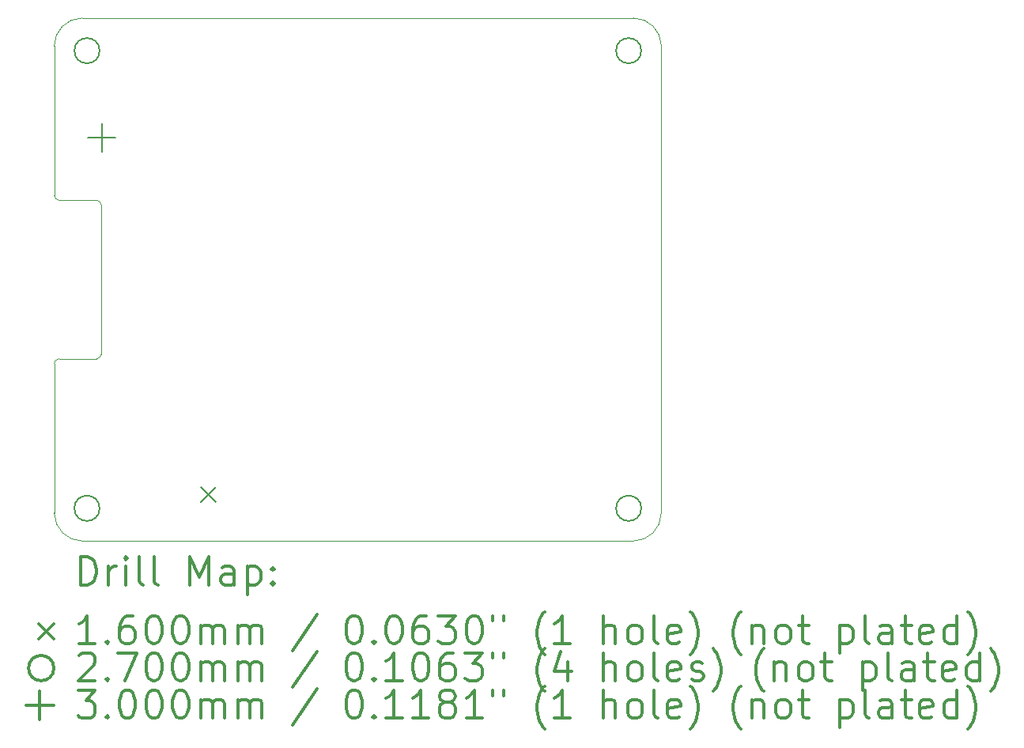
<source format=gbr>
%FSLAX45Y45*%
G04 Gerber Fmt 4.5, Leading zero omitted, Abs format (unit mm)*
G04 Created by KiCad (PCBNEW 5.1.10-88a1d61d58~88~ubuntu20.04.1) date 2021-06-08 22:21:57*
%MOMM*%
%LPD*%
G01*
G04 APERTURE LIST*
%TA.AperFunction,Profile*%
%ADD10C,0.100000*%
%TD*%
%ADD11C,0.200000*%
%ADD12C,0.300000*%
G04 APERTURE END LIST*
D10*
X20049913Y-13050000D02*
G75*
G03*
X20000000Y-13100000I87J-50000D01*
G01*
X20450000Y-13050000D02*
G75*
G03*
X20500000Y-13000000I0J50000D01*
G01*
X20000000Y-11300000D02*
G75*
G03*
X20050000Y-11350000I50000J0D01*
G01*
X20500000Y-11400000D02*
G75*
G03*
X20450000Y-11350000I-50000J0D01*
G01*
X20000000Y-9700000D02*
X20000000Y-11300000D01*
X26500000Y-9700000D02*
G75*
G03*
X26200000Y-9400000I-300000J0D01*
G01*
X26200000Y-15000000D02*
G75*
G03*
X26500000Y-14700000I0J300000D01*
G01*
X20000000Y-14700000D02*
G75*
G03*
X20300000Y-15000000I300000J0D01*
G01*
X20300000Y-9400000D02*
G75*
G03*
X20000000Y-9700000I0J-300000D01*
G01*
X26200000Y-9400000D02*
X20300000Y-9400000D01*
X20450000Y-13050000D02*
X20050000Y-13050000D01*
X20500000Y-11400000D02*
X20500000Y-13000000D01*
X20050000Y-11350000D02*
X20450000Y-11350000D01*
X26500000Y-14700000D02*
X26500000Y-9700000D01*
X20300000Y-15000000D02*
X26200000Y-15000000D01*
X20000000Y-13100000D02*
X20000000Y-14700000D01*
D11*
X21571000Y-14423000D02*
X21731000Y-14583000D01*
X21731000Y-14423000D02*
X21571000Y-14583000D01*
X20485000Y-9750000D02*
G75*
G03*
X20485000Y-9750000I-135000J0D01*
G01*
X20485000Y-14650000D02*
G75*
G03*
X20485000Y-14650000I-135000J0D01*
G01*
X26285000Y-9750000D02*
G75*
G03*
X26285000Y-9750000I-135000J0D01*
G01*
X26285000Y-14650000D02*
G75*
G03*
X26285000Y-14650000I-135000J0D01*
G01*
X20508000Y-10532000D02*
X20508000Y-10832000D01*
X20358000Y-10682000D02*
X20658000Y-10682000D01*
D12*
X20281428Y-15470714D02*
X20281428Y-15170714D01*
X20352857Y-15170714D01*
X20395714Y-15185000D01*
X20424286Y-15213571D01*
X20438571Y-15242143D01*
X20452857Y-15299286D01*
X20452857Y-15342143D01*
X20438571Y-15399286D01*
X20424286Y-15427857D01*
X20395714Y-15456429D01*
X20352857Y-15470714D01*
X20281428Y-15470714D01*
X20581428Y-15470714D02*
X20581428Y-15270714D01*
X20581428Y-15327857D02*
X20595714Y-15299286D01*
X20610000Y-15285000D01*
X20638571Y-15270714D01*
X20667143Y-15270714D01*
X20767143Y-15470714D02*
X20767143Y-15270714D01*
X20767143Y-15170714D02*
X20752857Y-15185000D01*
X20767143Y-15199286D01*
X20781428Y-15185000D01*
X20767143Y-15170714D01*
X20767143Y-15199286D01*
X20952857Y-15470714D02*
X20924286Y-15456429D01*
X20910000Y-15427857D01*
X20910000Y-15170714D01*
X21110000Y-15470714D02*
X21081428Y-15456429D01*
X21067143Y-15427857D01*
X21067143Y-15170714D01*
X21452857Y-15470714D02*
X21452857Y-15170714D01*
X21552857Y-15385000D01*
X21652857Y-15170714D01*
X21652857Y-15470714D01*
X21924286Y-15470714D02*
X21924286Y-15313571D01*
X21910000Y-15285000D01*
X21881428Y-15270714D01*
X21824286Y-15270714D01*
X21795714Y-15285000D01*
X21924286Y-15456429D02*
X21895714Y-15470714D01*
X21824286Y-15470714D01*
X21795714Y-15456429D01*
X21781428Y-15427857D01*
X21781428Y-15399286D01*
X21795714Y-15370714D01*
X21824286Y-15356429D01*
X21895714Y-15356429D01*
X21924286Y-15342143D01*
X22067143Y-15270714D02*
X22067143Y-15570714D01*
X22067143Y-15285000D02*
X22095714Y-15270714D01*
X22152857Y-15270714D01*
X22181428Y-15285000D01*
X22195714Y-15299286D01*
X22210000Y-15327857D01*
X22210000Y-15413571D01*
X22195714Y-15442143D01*
X22181428Y-15456429D01*
X22152857Y-15470714D01*
X22095714Y-15470714D01*
X22067143Y-15456429D01*
X22338571Y-15442143D02*
X22352857Y-15456429D01*
X22338571Y-15470714D01*
X22324286Y-15456429D01*
X22338571Y-15442143D01*
X22338571Y-15470714D01*
X22338571Y-15285000D02*
X22352857Y-15299286D01*
X22338571Y-15313571D01*
X22324286Y-15299286D01*
X22338571Y-15285000D01*
X22338571Y-15313571D01*
X19835000Y-15885000D02*
X19995000Y-16045000D01*
X19995000Y-15885000D02*
X19835000Y-16045000D01*
X20438571Y-16100714D02*
X20267143Y-16100714D01*
X20352857Y-16100714D02*
X20352857Y-15800714D01*
X20324286Y-15843571D01*
X20295714Y-15872143D01*
X20267143Y-15886429D01*
X20567143Y-16072143D02*
X20581428Y-16086429D01*
X20567143Y-16100714D01*
X20552857Y-16086429D01*
X20567143Y-16072143D01*
X20567143Y-16100714D01*
X20838571Y-15800714D02*
X20781428Y-15800714D01*
X20752857Y-15815000D01*
X20738571Y-15829286D01*
X20710000Y-15872143D01*
X20695714Y-15929286D01*
X20695714Y-16043571D01*
X20710000Y-16072143D01*
X20724286Y-16086429D01*
X20752857Y-16100714D01*
X20810000Y-16100714D01*
X20838571Y-16086429D01*
X20852857Y-16072143D01*
X20867143Y-16043571D01*
X20867143Y-15972143D01*
X20852857Y-15943571D01*
X20838571Y-15929286D01*
X20810000Y-15915000D01*
X20752857Y-15915000D01*
X20724286Y-15929286D01*
X20710000Y-15943571D01*
X20695714Y-15972143D01*
X21052857Y-15800714D02*
X21081428Y-15800714D01*
X21110000Y-15815000D01*
X21124286Y-15829286D01*
X21138571Y-15857857D01*
X21152857Y-15915000D01*
X21152857Y-15986429D01*
X21138571Y-16043571D01*
X21124286Y-16072143D01*
X21110000Y-16086429D01*
X21081428Y-16100714D01*
X21052857Y-16100714D01*
X21024286Y-16086429D01*
X21010000Y-16072143D01*
X20995714Y-16043571D01*
X20981428Y-15986429D01*
X20981428Y-15915000D01*
X20995714Y-15857857D01*
X21010000Y-15829286D01*
X21024286Y-15815000D01*
X21052857Y-15800714D01*
X21338571Y-15800714D02*
X21367143Y-15800714D01*
X21395714Y-15815000D01*
X21410000Y-15829286D01*
X21424286Y-15857857D01*
X21438571Y-15915000D01*
X21438571Y-15986429D01*
X21424286Y-16043571D01*
X21410000Y-16072143D01*
X21395714Y-16086429D01*
X21367143Y-16100714D01*
X21338571Y-16100714D01*
X21310000Y-16086429D01*
X21295714Y-16072143D01*
X21281428Y-16043571D01*
X21267143Y-15986429D01*
X21267143Y-15915000D01*
X21281428Y-15857857D01*
X21295714Y-15829286D01*
X21310000Y-15815000D01*
X21338571Y-15800714D01*
X21567143Y-16100714D02*
X21567143Y-15900714D01*
X21567143Y-15929286D02*
X21581428Y-15915000D01*
X21610000Y-15900714D01*
X21652857Y-15900714D01*
X21681428Y-15915000D01*
X21695714Y-15943571D01*
X21695714Y-16100714D01*
X21695714Y-15943571D02*
X21710000Y-15915000D01*
X21738571Y-15900714D01*
X21781428Y-15900714D01*
X21810000Y-15915000D01*
X21824286Y-15943571D01*
X21824286Y-16100714D01*
X21967143Y-16100714D02*
X21967143Y-15900714D01*
X21967143Y-15929286D02*
X21981428Y-15915000D01*
X22010000Y-15900714D01*
X22052857Y-15900714D01*
X22081428Y-15915000D01*
X22095714Y-15943571D01*
X22095714Y-16100714D01*
X22095714Y-15943571D02*
X22110000Y-15915000D01*
X22138571Y-15900714D01*
X22181428Y-15900714D01*
X22210000Y-15915000D01*
X22224286Y-15943571D01*
X22224286Y-16100714D01*
X22810000Y-15786429D02*
X22552857Y-16172143D01*
X23195714Y-15800714D02*
X23224286Y-15800714D01*
X23252857Y-15815000D01*
X23267143Y-15829286D01*
X23281428Y-15857857D01*
X23295714Y-15915000D01*
X23295714Y-15986429D01*
X23281428Y-16043571D01*
X23267143Y-16072143D01*
X23252857Y-16086429D01*
X23224286Y-16100714D01*
X23195714Y-16100714D01*
X23167143Y-16086429D01*
X23152857Y-16072143D01*
X23138571Y-16043571D01*
X23124286Y-15986429D01*
X23124286Y-15915000D01*
X23138571Y-15857857D01*
X23152857Y-15829286D01*
X23167143Y-15815000D01*
X23195714Y-15800714D01*
X23424286Y-16072143D02*
X23438571Y-16086429D01*
X23424286Y-16100714D01*
X23410000Y-16086429D01*
X23424286Y-16072143D01*
X23424286Y-16100714D01*
X23624286Y-15800714D02*
X23652857Y-15800714D01*
X23681428Y-15815000D01*
X23695714Y-15829286D01*
X23710000Y-15857857D01*
X23724286Y-15915000D01*
X23724286Y-15986429D01*
X23710000Y-16043571D01*
X23695714Y-16072143D01*
X23681428Y-16086429D01*
X23652857Y-16100714D01*
X23624286Y-16100714D01*
X23595714Y-16086429D01*
X23581428Y-16072143D01*
X23567143Y-16043571D01*
X23552857Y-15986429D01*
X23552857Y-15915000D01*
X23567143Y-15857857D01*
X23581428Y-15829286D01*
X23595714Y-15815000D01*
X23624286Y-15800714D01*
X23981428Y-15800714D02*
X23924286Y-15800714D01*
X23895714Y-15815000D01*
X23881428Y-15829286D01*
X23852857Y-15872143D01*
X23838571Y-15929286D01*
X23838571Y-16043571D01*
X23852857Y-16072143D01*
X23867143Y-16086429D01*
X23895714Y-16100714D01*
X23952857Y-16100714D01*
X23981428Y-16086429D01*
X23995714Y-16072143D01*
X24010000Y-16043571D01*
X24010000Y-15972143D01*
X23995714Y-15943571D01*
X23981428Y-15929286D01*
X23952857Y-15915000D01*
X23895714Y-15915000D01*
X23867143Y-15929286D01*
X23852857Y-15943571D01*
X23838571Y-15972143D01*
X24110000Y-15800714D02*
X24295714Y-15800714D01*
X24195714Y-15915000D01*
X24238571Y-15915000D01*
X24267143Y-15929286D01*
X24281428Y-15943571D01*
X24295714Y-15972143D01*
X24295714Y-16043571D01*
X24281428Y-16072143D01*
X24267143Y-16086429D01*
X24238571Y-16100714D01*
X24152857Y-16100714D01*
X24124286Y-16086429D01*
X24110000Y-16072143D01*
X24481428Y-15800714D02*
X24510000Y-15800714D01*
X24538571Y-15815000D01*
X24552857Y-15829286D01*
X24567143Y-15857857D01*
X24581428Y-15915000D01*
X24581428Y-15986429D01*
X24567143Y-16043571D01*
X24552857Y-16072143D01*
X24538571Y-16086429D01*
X24510000Y-16100714D01*
X24481428Y-16100714D01*
X24452857Y-16086429D01*
X24438571Y-16072143D01*
X24424286Y-16043571D01*
X24410000Y-15986429D01*
X24410000Y-15915000D01*
X24424286Y-15857857D01*
X24438571Y-15829286D01*
X24452857Y-15815000D01*
X24481428Y-15800714D01*
X24695714Y-15800714D02*
X24695714Y-15857857D01*
X24810000Y-15800714D02*
X24810000Y-15857857D01*
X25252857Y-16215000D02*
X25238571Y-16200714D01*
X25210000Y-16157857D01*
X25195714Y-16129286D01*
X25181428Y-16086429D01*
X25167143Y-16015000D01*
X25167143Y-15957857D01*
X25181428Y-15886429D01*
X25195714Y-15843571D01*
X25210000Y-15815000D01*
X25238571Y-15772143D01*
X25252857Y-15757857D01*
X25524286Y-16100714D02*
X25352857Y-16100714D01*
X25438571Y-16100714D02*
X25438571Y-15800714D01*
X25410000Y-15843571D01*
X25381428Y-15872143D01*
X25352857Y-15886429D01*
X25881428Y-16100714D02*
X25881428Y-15800714D01*
X26010000Y-16100714D02*
X26010000Y-15943571D01*
X25995714Y-15915000D01*
X25967143Y-15900714D01*
X25924286Y-15900714D01*
X25895714Y-15915000D01*
X25881428Y-15929286D01*
X26195714Y-16100714D02*
X26167143Y-16086429D01*
X26152857Y-16072143D01*
X26138571Y-16043571D01*
X26138571Y-15957857D01*
X26152857Y-15929286D01*
X26167143Y-15915000D01*
X26195714Y-15900714D01*
X26238571Y-15900714D01*
X26267143Y-15915000D01*
X26281428Y-15929286D01*
X26295714Y-15957857D01*
X26295714Y-16043571D01*
X26281428Y-16072143D01*
X26267143Y-16086429D01*
X26238571Y-16100714D01*
X26195714Y-16100714D01*
X26467143Y-16100714D02*
X26438571Y-16086429D01*
X26424286Y-16057857D01*
X26424286Y-15800714D01*
X26695714Y-16086429D02*
X26667143Y-16100714D01*
X26610000Y-16100714D01*
X26581428Y-16086429D01*
X26567143Y-16057857D01*
X26567143Y-15943571D01*
X26581428Y-15915000D01*
X26610000Y-15900714D01*
X26667143Y-15900714D01*
X26695714Y-15915000D01*
X26710000Y-15943571D01*
X26710000Y-15972143D01*
X26567143Y-16000714D01*
X26810000Y-16215000D02*
X26824286Y-16200714D01*
X26852857Y-16157857D01*
X26867143Y-16129286D01*
X26881428Y-16086429D01*
X26895714Y-16015000D01*
X26895714Y-15957857D01*
X26881428Y-15886429D01*
X26867143Y-15843571D01*
X26852857Y-15815000D01*
X26824286Y-15772143D01*
X26810000Y-15757857D01*
X27352857Y-16215000D02*
X27338571Y-16200714D01*
X27310000Y-16157857D01*
X27295714Y-16129286D01*
X27281428Y-16086429D01*
X27267143Y-16015000D01*
X27267143Y-15957857D01*
X27281428Y-15886429D01*
X27295714Y-15843571D01*
X27310000Y-15815000D01*
X27338571Y-15772143D01*
X27352857Y-15757857D01*
X27467143Y-15900714D02*
X27467143Y-16100714D01*
X27467143Y-15929286D02*
X27481428Y-15915000D01*
X27510000Y-15900714D01*
X27552857Y-15900714D01*
X27581428Y-15915000D01*
X27595714Y-15943571D01*
X27595714Y-16100714D01*
X27781428Y-16100714D02*
X27752857Y-16086429D01*
X27738571Y-16072143D01*
X27724286Y-16043571D01*
X27724286Y-15957857D01*
X27738571Y-15929286D01*
X27752857Y-15915000D01*
X27781428Y-15900714D01*
X27824286Y-15900714D01*
X27852857Y-15915000D01*
X27867143Y-15929286D01*
X27881428Y-15957857D01*
X27881428Y-16043571D01*
X27867143Y-16072143D01*
X27852857Y-16086429D01*
X27824286Y-16100714D01*
X27781428Y-16100714D01*
X27967143Y-15900714D02*
X28081428Y-15900714D01*
X28010000Y-15800714D02*
X28010000Y-16057857D01*
X28024286Y-16086429D01*
X28052857Y-16100714D01*
X28081428Y-16100714D01*
X28410000Y-15900714D02*
X28410000Y-16200714D01*
X28410000Y-15915000D02*
X28438571Y-15900714D01*
X28495714Y-15900714D01*
X28524286Y-15915000D01*
X28538571Y-15929286D01*
X28552857Y-15957857D01*
X28552857Y-16043571D01*
X28538571Y-16072143D01*
X28524286Y-16086429D01*
X28495714Y-16100714D01*
X28438571Y-16100714D01*
X28410000Y-16086429D01*
X28724286Y-16100714D02*
X28695714Y-16086429D01*
X28681428Y-16057857D01*
X28681428Y-15800714D01*
X28967143Y-16100714D02*
X28967143Y-15943571D01*
X28952857Y-15915000D01*
X28924286Y-15900714D01*
X28867143Y-15900714D01*
X28838571Y-15915000D01*
X28967143Y-16086429D02*
X28938571Y-16100714D01*
X28867143Y-16100714D01*
X28838571Y-16086429D01*
X28824286Y-16057857D01*
X28824286Y-16029286D01*
X28838571Y-16000714D01*
X28867143Y-15986429D01*
X28938571Y-15986429D01*
X28967143Y-15972143D01*
X29067143Y-15900714D02*
X29181428Y-15900714D01*
X29110000Y-15800714D02*
X29110000Y-16057857D01*
X29124286Y-16086429D01*
X29152857Y-16100714D01*
X29181428Y-16100714D01*
X29395714Y-16086429D02*
X29367143Y-16100714D01*
X29310000Y-16100714D01*
X29281428Y-16086429D01*
X29267143Y-16057857D01*
X29267143Y-15943571D01*
X29281428Y-15915000D01*
X29310000Y-15900714D01*
X29367143Y-15900714D01*
X29395714Y-15915000D01*
X29410000Y-15943571D01*
X29410000Y-15972143D01*
X29267143Y-16000714D01*
X29667143Y-16100714D02*
X29667143Y-15800714D01*
X29667143Y-16086429D02*
X29638571Y-16100714D01*
X29581428Y-16100714D01*
X29552857Y-16086429D01*
X29538571Y-16072143D01*
X29524286Y-16043571D01*
X29524286Y-15957857D01*
X29538571Y-15929286D01*
X29552857Y-15915000D01*
X29581428Y-15900714D01*
X29638571Y-15900714D01*
X29667143Y-15915000D01*
X29781428Y-16215000D02*
X29795714Y-16200714D01*
X29824286Y-16157857D01*
X29838571Y-16129286D01*
X29852857Y-16086429D01*
X29867143Y-16015000D01*
X29867143Y-15957857D01*
X29852857Y-15886429D01*
X29838571Y-15843571D01*
X29824286Y-15815000D01*
X29795714Y-15772143D01*
X29781428Y-15757857D01*
X19995000Y-16361000D02*
G75*
G03*
X19995000Y-16361000I-135000J0D01*
G01*
X20267143Y-16225286D02*
X20281428Y-16211000D01*
X20310000Y-16196714D01*
X20381428Y-16196714D01*
X20410000Y-16211000D01*
X20424286Y-16225286D01*
X20438571Y-16253857D01*
X20438571Y-16282429D01*
X20424286Y-16325286D01*
X20252857Y-16496714D01*
X20438571Y-16496714D01*
X20567143Y-16468143D02*
X20581428Y-16482429D01*
X20567143Y-16496714D01*
X20552857Y-16482429D01*
X20567143Y-16468143D01*
X20567143Y-16496714D01*
X20681428Y-16196714D02*
X20881428Y-16196714D01*
X20752857Y-16496714D01*
X21052857Y-16196714D02*
X21081428Y-16196714D01*
X21110000Y-16211000D01*
X21124286Y-16225286D01*
X21138571Y-16253857D01*
X21152857Y-16311000D01*
X21152857Y-16382429D01*
X21138571Y-16439571D01*
X21124286Y-16468143D01*
X21110000Y-16482429D01*
X21081428Y-16496714D01*
X21052857Y-16496714D01*
X21024286Y-16482429D01*
X21010000Y-16468143D01*
X20995714Y-16439571D01*
X20981428Y-16382429D01*
X20981428Y-16311000D01*
X20995714Y-16253857D01*
X21010000Y-16225286D01*
X21024286Y-16211000D01*
X21052857Y-16196714D01*
X21338571Y-16196714D02*
X21367143Y-16196714D01*
X21395714Y-16211000D01*
X21410000Y-16225286D01*
X21424286Y-16253857D01*
X21438571Y-16311000D01*
X21438571Y-16382429D01*
X21424286Y-16439571D01*
X21410000Y-16468143D01*
X21395714Y-16482429D01*
X21367143Y-16496714D01*
X21338571Y-16496714D01*
X21310000Y-16482429D01*
X21295714Y-16468143D01*
X21281428Y-16439571D01*
X21267143Y-16382429D01*
X21267143Y-16311000D01*
X21281428Y-16253857D01*
X21295714Y-16225286D01*
X21310000Y-16211000D01*
X21338571Y-16196714D01*
X21567143Y-16496714D02*
X21567143Y-16296714D01*
X21567143Y-16325286D02*
X21581428Y-16311000D01*
X21610000Y-16296714D01*
X21652857Y-16296714D01*
X21681428Y-16311000D01*
X21695714Y-16339571D01*
X21695714Y-16496714D01*
X21695714Y-16339571D02*
X21710000Y-16311000D01*
X21738571Y-16296714D01*
X21781428Y-16296714D01*
X21810000Y-16311000D01*
X21824286Y-16339571D01*
X21824286Y-16496714D01*
X21967143Y-16496714D02*
X21967143Y-16296714D01*
X21967143Y-16325286D02*
X21981428Y-16311000D01*
X22010000Y-16296714D01*
X22052857Y-16296714D01*
X22081428Y-16311000D01*
X22095714Y-16339571D01*
X22095714Y-16496714D01*
X22095714Y-16339571D02*
X22110000Y-16311000D01*
X22138571Y-16296714D01*
X22181428Y-16296714D01*
X22210000Y-16311000D01*
X22224286Y-16339571D01*
X22224286Y-16496714D01*
X22810000Y-16182429D02*
X22552857Y-16568143D01*
X23195714Y-16196714D02*
X23224286Y-16196714D01*
X23252857Y-16211000D01*
X23267143Y-16225286D01*
X23281428Y-16253857D01*
X23295714Y-16311000D01*
X23295714Y-16382429D01*
X23281428Y-16439571D01*
X23267143Y-16468143D01*
X23252857Y-16482429D01*
X23224286Y-16496714D01*
X23195714Y-16496714D01*
X23167143Y-16482429D01*
X23152857Y-16468143D01*
X23138571Y-16439571D01*
X23124286Y-16382429D01*
X23124286Y-16311000D01*
X23138571Y-16253857D01*
X23152857Y-16225286D01*
X23167143Y-16211000D01*
X23195714Y-16196714D01*
X23424286Y-16468143D02*
X23438571Y-16482429D01*
X23424286Y-16496714D01*
X23410000Y-16482429D01*
X23424286Y-16468143D01*
X23424286Y-16496714D01*
X23724286Y-16496714D02*
X23552857Y-16496714D01*
X23638571Y-16496714D02*
X23638571Y-16196714D01*
X23610000Y-16239571D01*
X23581428Y-16268143D01*
X23552857Y-16282429D01*
X23910000Y-16196714D02*
X23938571Y-16196714D01*
X23967143Y-16211000D01*
X23981428Y-16225286D01*
X23995714Y-16253857D01*
X24010000Y-16311000D01*
X24010000Y-16382429D01*
X23995714Y-16439571D01*
X23981428Y-16468143D01*
X23967143Y-16482429D01*
X23938571Y-16496714D01*
X23910000Y-16496714D01*
X23881428Y-16482429D01*
X23867143Y-16468143D01*
X23852857Y-16439571D01*
X23838571Y-16382429D01*
X23838571Y-16311000D01*
X23852857Y-16253857D01*
X23867143Y-16225286D01*
X23881428Y-16211000D01*
X23910000Y-16196714D01*
X24267143Y-16196714D02*
X24210000Y-16196714D01*
X24181428Y-16211000D01*
X24167143Y-16225286D01*
X24138571Y-16268143D01*
X24124286Y-16325286D01*
X24124286Y-16439571D01*
X24138571Y-16468143D01*
X24152857Y-16482429D01*
X24181428Y-16496714D01*
X24238571Y-16496714D01*
X24267143Y-16482429D01*
X24281428Y-16468143D01*
X24295714Y-16439571D01*
X24295714Y-16368143D01*
X24281428Y-16339571D01*
X24267143Y-16325286D01*
X24238571Y-16311000D01*
X24181428Y-16311000D01*
X24152857Y-16325286D01*
X24138571Y-16339571D01*
X24124286Y-16368143D01*
X24395714Y-16196714D02*
X24581428Y-16196714D01*
X24481428Y-16311000D01*
X24524286Y-16311000D01*
X24552857Y-16325286D01*
X24567143Y-16339571D01*
X24581428Y-16368143D01*
X24581428Y-16439571D01*
X24567143Y-16468143D01*
X24552857Y-16482429D01*
X24524286Y-16496714D01*
X24438571Y-16496714D01*
X24410000Y-16482429D01*
X24395714Y-16468143D01*
X24695714Y-16196714D02*
X24695714Y-16253857D01*
X24810000Y-16196714D02*
X24810000Y-16253857D01*
X25252857Y-16611000D02*
X25238571Y-16596714D01*
X25210000Y-16553857D01*
X25195714Y-16525286D01*
X25181428Y-16482429D01*
X25167143Y-16411000D01*
X25167143Y-16353857D01*
X25181428Y-16282429D01*
X25195714Y-16239571D01*
X25210000Y-16211000D01*
X25238571Y-16168143D01*
X25252857Y-16153857D01*
X25495714Y-16296714D02*
X25495714Y-16496714D01*
X25424286Y-16182429D02*
X25352857Y-16396714D01*
X25538571Y-16396714D01*
X25881428Y-16496714D02*
X25881428Y-16196714D01*
X26010000Y-16496714D02*
X26010000Y-16339571D01*
X25995714Y-16311000D01*
X25967143Y-16296714D01*
X25924286Y-16296714D01*
X25895714Y-16311000D01*
X25881428Y-16325286D01*
X26195714Y-16496714D02*
X26167143Y-16482429D01*
X26152857Y-16468143D01*
X26138571Y-16439571D01*
X26138571Y-16353857D01*
X26152857Y-16325286D01*
X26167143Y-16311000D01*
X26195714Y-16296714D01*
X26238571Y-16296714D01*
X26267143Y-16311000D01*
X26281428Y-16325286D01*
X26295714Y-16353857D01*
X26295714Y-16439571D01*
X26281428Y-16468143D01*
X26267143Y-16482429D01*
X26238571Y-16496714D01*
X26195714Y-16496714D01*
X26467143Y-16496714D02*
X26438571Y-16482429D01*
X26424286Y-16453857D01*
X26424286Y-16196714D01*
X26695714Y-16482429D02*
X26667143Y-16496714D01*
X26610000Y-16496714D01*
X26581428Y-16482429D01*
X26567143Y-16453857D01*
X26567143Y-16339571D01*
X26581428Y-16311000D01*
X26610000Y-16296714D01*
X26667143Y-16296714D01*
X26695714Y-16311000D01*
X26710000Y-16339571D01*
X26710000Y-16368143D01*
X26567143Y-16396714D01*
X26824286Y-16482429D02*
X26852857Y-16496714D01*
X26910000Y-16496714D01*
X26938571Y-16482429D01*
X26952857Y-16453857D01*
X26952857Y-16439571D01*
X26938571Y-16411000D01*
X26910000Y-16396714D01*
X26867143Y-16396714D01*
X26838571Y-16382429D01*
X26824286Y-16353857D01*
X26824286Y-16339571D01*
X26838571Y-16311000D01*
X26867143Y-16296714D01*
X26910000Y-16296714D01*
X26938571Y-16311000D01*
X27052857Y-16611000D02*
X27067143Y-16596714D01*
X27095714Y-16553857D01*
X27110000Y-16525286D01*
X27124286Y-16482429D01*
X27138571Y-16411000D01*
X27138571Y-16353857D01*
X27124286Y-16282429D01*
X27110000Y-16239571D01*
X27095714Y-16211000D01*
X27067143Y-16168143D01*
X27052857Y-16153857D01*
X27595714Y-16611000D02*
X27581428Y-16596714D01*
X27552857Y-16553857D01*
X27538571Y-16525286D01*
X27524286Y-16482429D01*
X27510000Y-16411000D01*
X27510000Y-16353857D01*
X27524286Y-16282429D01*
X27538571Y-16239571D01*
X27552857Y-16211000D01*
X27581428Y-16168143D01*
X27595714Y-16153857D01*
X27710000Y-16296714D02*
X27710000Y-16496714D01*
X27710000Y-16325286D02*
X27724286Y-16311000D01*
X27752857Y-16296714D01*
X27795714Y-16296714D01*
X27824286Y-16311000D01*
X27838571Y-16339571D01*
X27838571Y-16496714D01*
X28024286Y-16496714D02*
X27995714Y-16482429D01*
X27981428Y-16468143D01*
X27967143Y-16439571D01*
X27967143Y-16353857D01*
X27981428Y-16325286D01*
X27995714Y-16311000D01*
X28024286Y-16296714D01*
X28067143Y-16296714D01*
X28095714Y-16311000D01*
X28110000Y-16325286D01*
X28124286Y-16353857D01*
X28124286Y-16439571D01*
X28110000Y-16468143D01*
X28095714Y-16482429D01*
X28067143Y-16496714D01*
X28024286Y-16496714D01*
X28210000Y-16296714D02*
X28324286Y-16296714D01*
X28252857Y-16196714D02*
X28252857Y-16453857D01*
X28267143Y-16482429D01*
X28295714Y-16496714D01*
X28324286Y-16496714D01*
X28652857Y-16296714D02*
X28652857Y-16596714D01*
X28652857Y-16311000D02*
X28681428Y-16296714D01*
X28738571Y-16296714D01*
X28767143Y-16311000D01*
X28781428Y-16325286D01*
X28795714Y-16353857D01*
X28795714Y-16439571D01*
X28781428Y-16468143D01*
X28767143Y-16482429D01*
X28738571Y-16496714D01*
X28681428Y-16496714D01*
X28652857Y-16482429D01*
X28967143Y-16496714D02*
X28938571Y-16482429D01*
X28924286Y-16453857D01*
X28924286Y-16196714D01*
X29210000Y-16496714D02*
X29210000Y-16339571D01*
X29195714Y-16311000D01*
X29167143Y-16296714D01*
X29110000Y-16296714D01*
X29081428Y-16311000D01*
X29210000Y-16482429D02*
X29181428Y-16496714D01*
X29110000Y-16496714D01*
X29081428Y-16482429D01*
X29067143Y-16453857D01*
X29067143Y-16425286D01*
X29081428Y-16396714D01*
X29110000Y-16382429D01*
X29181428Y-16382429D01*
X29210000Y-16368143D01*
X29310000Y-16296714D02*
X29424286Y-16296714D01*
X29352857Y-16196714D02*
X29352857Y-16453857D01*
X29367143Y-16482429D01*
X29395714Y-16496714D01*
X29424286Y-16496714D01*
X29638571Y-16482429D02*
X29610000Y-16496714D01*
X29552857Y-16496714D01*
X29524286Y-16482429D01*
X29510000Y-16453857D01*
X29510000Y-16339571D01*
X29524286Y-16311000D01*
X29552857Y-16296714D01*
X29610000Y-16296714D01*
X29638571Y-16311000D01*
X29652857Y-16339571D01*
X29652857Y-16368143D01*
X29510000Y-16396714D01*
X29910000Y-16496714D02*
X29910000Y-16196714D01*
X29910000Y-16482429D02*
X29881428Y-16496714D01*
X29824286Y-16496714D01*
X29795714Y-16482429D01*
X29781428Y-16468143D01*
X29767143Y-16439571D01*
X29767143Y-16353857D01*
X29781428Y-16325286D01*
X29795714Y-16311000D01*
X29824286Y-16296714D01*
X29881428Y-16296714D01*
X29910000Y-16311000D01*
X30024286Y-16611000D02*
X30038571Y-16596714D01*
X30067143Y-16553857D01*
X30081428Y-16525286D01*
X30095714Y-16482429D01*
X30110000Y-16411000D01*
X30110000Y-16353857D01*
X30095714Y-16282429D01*
X30081428Y-16239571D01*
X30067143Y-16211000D01*
X30038571Y-16168143D01*
X30024286Y-16153857D01*
X19845000Y-16611000D02*
X19845000Y-16911000D01*
X19695000Y-16761000D02*
X19995000Y-16761000D01*
X20252857Y-16596714D02*
X20438571Y-16596714D01*
X20338571Y-16711000D01*
X20381428Y-16711000D01*
X20410000Y-16725286D01*
X20424286Y-16739571D01*
X20438571Y-16768143D01*
X20438571Y-16839572D01*
X20424286Y-16868143D01*
X20410000Y-16882429D01*
X20381428Y-16896714D01*
X20295714Y-16896714D01*
X20267143Y-16882429D01*
X20252857Y-16868143D01*
X20567143Y-16868143D02*
X20581428Y-16882429D01*
X20567143Y-16896714D01*
X20552857Y-16882429D01*
X20567143Y-16868143D01*
X20567143Y-16896714D01*
X20767143Y-16596714D02*
X20795714Y-16596714D01*
X20824286Y-16611000D01*
X20838571Y-16625286D01*
X20852857Y-16653857D01*
X20867143Y-16711000D01*
X20867143Y-16782429D01*
X20852857Y-16839572D01*
X20838571Y-16868143D01*
X20824286Y-16882429D01*
X20795714Y-16896714D01*
X20767143Y-16896714D01*
X20738571Y-16882429D01*
X20724286Y-16868143D01*
X20710000Y-16839572D01*
X20695714Y-16782429D01*
X20695714Y-16711000D01*
X20710000Y-16653857D01*
X20724286Y-16625286D01*
X20738571Y-16611000D01*
X20767143Y-16596714D01*
X21052857Y-16596714D02*
X21081428Y-16596714D01*
X21110000Y-16611000D01*
X21124286Y-16625286D01*
X21138571Y-16653857D01*
X21152857Y-16711000D01*
X21152857Y-16782429D01*
X21138571Y-16839572D01*
X21124286Y-16868143D01*
X21110000Y-16882429D01*
X21081428Y-16896714D01*
X21052857Y-16896714D01*
X21024286Y-16882429D01*
X21010000Y-16868143D01*
X20995714Y-16839572D01*
X20981428Y-16782429D01*
X20981428Y-16711000D01*
X20995714Y-16653857D01*
X21010000Y-16625286D01*
X21024286Y-16611000D01*
X21052857Y-16596714D01*
X21338571Y-16596714D02*
X21367143Y-16596714D01*
X21395714Y-16611000D01*
X21410000Y-16625286D01*
X21424286Y-16653857D01*
X21438571Y-16711000D01*
X21438571Y-16782429D01*
X21424286Y-16839572D01*
X21410000Y-16868143D01*
X21395714Y-16882429D01*
X21367143Y-16896714D01*
X21338571Y-16896714D01*
X21310000Y-16882429D01*
X21295714Y-16868143D01*
X21281428Y-16839572D01*
X21267143Y-16782429D01*
X21267143Y-16711000D01*
X21281428Y-16653857D01*
X21295714Y-16625286D01*
X21310000Y-16611000D01*
X21338571Y-16596714D01*
X21567143Y-16896714D02*
X21567143Y-16696714D01*
X21567143Y-16725286D02*
X21581428Y-16711000D01*
X21610000Y-16696714D01*
X21652857Y-16696714D01*
X21681428Y-16711000D01*
X21695714Y-16739571D01*
X21695714Y-16896714D01*
X21695714Y-16739571D02*
X21710000Y-16711000D01*
X21738571Y-16696714D01*
X21781428Y-16696714D01*
X21810000Y-16711000D01*
X21824286Y-16739571D01*
X21824286Y-16896714D01*
X21967143Y-16896714D02*
X21967143Y-16696714D01*
X21967143Y-16725286D02*
X21981428Y-16711000D01*
X22010000Y-16696714D01*
X22052857Y-16696714D01*
X22081428Y-16711000D01*
X22095714Y-16739571D01*
X22095714Y-16896714D01*
X22095714Y-16739571D02*
X22110000Y-16711000D01*
X22138571Y-16696714D01*
X22181428Y-16696714D01*
X22210000Y-16711000D01*
X22224286Y-16739571D01*
X22224286Y-16896714D01*
X22810000Y-16582429D02*
X22552857Y-16968143D01*
X23195714Y-16596714D02*
X23224286Y-16596714D01*
X23252857Y-16611000D01*
X23267143Y-16625286D01*
X23281428Y-16653857D01*
X23295714Y-16711000D01*
X23295714Y-16782429D01*
X23281428Y-16839572D01*
X23267143Y-16868143D01*
X23252857Y-16882429D01*
X23224286Y-16896714D01*
X23195714Y-16896714D01*
X23167143Y-16882429D01*
X23152857Y-16868143D01*
X23138571Y-16839572D01*
X23124286Y-16782429D01*
X23124286Y-16711000D01*
X23138571Y-16653857D01*
X23152857Y-16625286D01*
X23167143Y-16611000D01*
X23195714Y-16596714D01*
X23424286Y-16868143D02*
X23438571Y-16882429D01*
X23424286Y-16896714D01*
X23410000Y-16882429D01*
X23424286Y-16868143D01*
X23424286Y-16896714D01*
X23724286Y-16896714D02*
X23552857Y-16896714D01*
X23638571Y-16896714D02*
X23638571Y-16596714D01*
X23610000Y-16639571D01*
X23581428Y-16668143D01*
X23552857Y-16682429D01*
X24010000Y-16896714D02*
X23838571Y-16896714D01*
X23924286Y-16896714D02*
X23924286Y-16596714D01*
X23895714Y-16639571D01*
X23867143Y-16668143D01*
X23838571Y-16682429D01*
X24181428Y-16725286D02*
X24152857Y-16711000D01*
X24138571Y-16696714D01*
X24124286Y-16668143D01*
X24124286Y-16653857D01*
X24138571Y-16625286D01*
X24152857Y-16611000D01*
X24181428Y-16596714D01*
X24238571Y-16596714D01*
X24267143Y-16611000D01*
X24281428Y-16625286D01*
X24295714Y-16653857D01*
X24295714Y-16668143D01*
X24281428Y-16696714D01*
X24267143Y-16711000D01*
X24238571Y-16725286D01*
X24181428Y-16725286D01*
X24152857Y-16739571D01*
X24138571Y-16753857D01*
X24124286Y-16782429D01*
X24124286Y-16839572D01*
X24138571Y-16868143D01*
X24152857Y-16882429D01*
X24181428Y-16896714D01*
X24238571Y-16896714D01*
X24267143Y-16882429D01*
X24281428Y-16868143D01*
X24295714Y-16839572D01*
X24295714Y-16782429D01*
X24281428Y-16753857D01*
X24267143Y-16739571D01*
X24238571Y-16725286D01*
X24581428Y-16896714D02*
X24410000Y-16896714D01*
X24495714Y-16896714D02*
X24495714Y-16596714D01*
X24467143Y-16639571D01*
X24438571Y-16668143D01*
X24410000Y-16682429D01*
X24695714Y-16596714D02*
X24695714Y-16653857D01*
X24810000Y-16596714D02*
X24810000Y-16653857D01*
X25252857Y-17011000D02*
X25238571Y-16996714D01*
X25210000Y-16953857D01*
X25195714Y-16925286D01*
X25181428Y-16882429D01*
X25167143Y-16811000D01*
X25167143Y-16753857D01*
X25181428Y-16682429D01*
X25195714Y-16639571D01*
X25210000Y-16611000D01*
X25238571Y-16568143D01*
X25252857Y-16553857D01*
X25524286Y-16896714D02*
X25352857Y-16896714D01*
X25438571Y-16896714D02*
X25438571Y-16596714D01*
X25410000Y-16639571D01*
X25381428Y-16668143D01*
X25352857Y-16682429D01*
X25881428Y-16896714D02*
X25881428Y-16596714D01*
X26010000Y-16896714D02*
X26010000Y-16739571D01*
X25995714Y-16711000D01*
X25967143Y-16696714D01*
X25924286Y-16696714D01*
X25895714Y-16711000D01*
X25881428Y-16725286D01*
X26195714Y-16896714D02*
X26167143Y-16882429D01*
X26152857Y-16868143D01*
X26138571Y-16839572D01*
X26138571Y-16753857D01*
X26152857Y-16725286D01*
X26167143Y-16711000D01*
X26195714Y-16696714D01*
X26238571Y-16696714D01*
X26267143Y-16711000D01*
X26281428Y-16725286D01*
X26295714Y-16753857D01*
X26295714Y-16839572D01*
X26281428Y-16868143D01*
X26267143Y-16882429D01*
X26238571Y-16896714D01*
X26195714Y-16896714D01*
X26467143Y-16896714D02*
X26438571Y-16882429D01*
X26424286Y-16853857D01*
X26424286Y-16596714D01*
X26695714Y-16882429D02*
X26667143Y-16896714D01*
X26610000Y-16896714D01*
X26581428Y-16882429D01*
X26567143Y-16853857D01*
X26567143Y-16739571D01*
X26581428Y-16711000D01*
X26610000Y-16696714D01*
X26667143Y-16696714D01*
X26695714Y-16711000D01*
X26710000Y-16739571D01*
X26710000Y-16768143D01*
X26567143Y-16796714D01*
X26810000Y-17011000D02*
X26824286Y-16996714D01*
X26852857Y-16953857D01*
X26867143Y-16925286D01*
X26881428Y-16882429D01*
X26895714Y-16811000D01*
X26895714Y-16753857D01*
X26881428Y-16682429D01*
X26867143Y-16639571D01*
X26852857Y-16611000D01*
X26824286Y-16568143D01*
X26810000Y-16553857D01*
X27352857Y-17011000D02*
X27338571Y-16996714D01*
X27310000Y-16953857D01*
X27295714Y-16925286D01*
X27281428Y-16882429D01*
X27267143Y-16811000D01*
X27267143Y-16753857D01*
X27281428Y-16682429D01*
X27295714Y-16639571D01*
X27310000Y-16611000D01*
X27338571Y-16568143D01*
X27352857Y-16553857D01*
X27467143Y-16696714D02*
X27467143Y-16896714D01*
X27467143Y-16725286D02*
X27481428Y-16711000D01*
X27510000Y-16696714D01*
X27552857Y-16696714D01*
X27581428Y-16711000D01*
X27595714Y-16739571D01*
X27595714Y-16896714D01*
X27781428Y-16896714D02*
X27752857Y-16882429D01*
X27738571Y-16868143D01*
X27724286Y-16839572D01*
X27724286Y-16753857D01*
X27738571Y-16725286D01*
X27752857Y-16711000D01*
X27781428Y-16696714D01*
X27824286Y-16696714D01*
X27852857Y-16711000D01*
X27867143Y-16725286D01*
X27881428Y-16753857D01*
X27881428Y-16839572D01*
X27867143Y-16868143D01*
X27852857Y-16882429D01*
X27824286Y-16896714D01*
X27781428Y-16896714D01*
X27967143Y-16696714D02*
X28081428Y-16696714D01*
X28010000Y-16596714D02*
X28010000Y-16853857D01*
X28024286Y-16882429D01*
X28052857Y-16896714D01*
X28081428Y-16896714D01*
X28410000Y-16696714D02*
X28410000Y-16996714D01*
X28410000Y-16711000D02*
X28438571Y-16696714D01*
X28495714Y-16696714D01*
X28524286Y-16711000D01*
X28538571Y-16725286D01*
X28552857Y-16753857D01*
X28552857Y-16839572D01*
X28538571Y-16868143D01*
X28524286Y-16882429D01*
X28495714Y-16896714D01*
X28438571Y-16896714D01*
X28410000Y-16882429D01*
X28724286Y-16896714D02*
X28695714Y-16882429D01*
X28681428Y-16853857D01*
X28681428Y-16596714D01*
X28967143Y-16896714D02*
X28967143Y-16739571D01*
X28952857Y-16711000D01*
X28924286Y-16696714D01*
X28867143Y-16696714D01*
X28838571Y-16711000D01*
X28967143Y-16882429D02*
X28938571Y-16896714D01*
X28867143Y-16896714D01*
X28838571Y-16882429D01*
X28824286Y-16853857D01*
X28824286Y-16825286D01*
X28838571Y-16796714D01*
X28867143Y-16782429D01*
X28938571Y-16782429D01*
X28967143Y-16768143D01*
X29067143Y-16696714D02*
X29181428Y-16696714D01*
X29110000Y-16596714D02*
X29110000Y-16853857D01*
X29124286Y-16882429D01*
X29152857Y-16896714D01*
X29181428Y-16896714D01*
X29395714Y-16882429D02*
X29367143Y-16896714D01*
X29310000Y-16896714D01*
X29281428Y-16882429D01*
X29267143Y-16853857D01*
X29267143Y-16739571D01*
X29281428Y-16711000D01*
X29310000Y-16696714D01*
X29367143Y-16696714D01*
X29395714Y-16711000D01*
X29410000Y-16739571D01*
X29410000Y-16768143D01*
X29267143Y-16796714D01*
X29667143Y-16896714D02*
X29667143Y-16596714D01*
X29667143Y-16882429D02*
X29638571Y-16896714D01*
X29581428Y-16896714D01*
X29552857Y-16882429D01*
X29538571Y-16868143D01*
X29524286Y-16839572D01*
X29524286Y-16753857D01*
X29538571Y-16725286D01*
X29552857Y-16711000D01*
X29581428Y-16696714D01*
X29638571Y-16696714D01*
X29667143Y-16711000D01*
X29781428Y-17011000D02*
X29795714Y-16996714D01*
X29824286Y-16953857D01*
X29838571Y-16925286D01*
X29852857Y-16882429D01*
X29867143Y-16811000D01*
X29867143Y-16753857D01*
X29852857Y-16682429D01*
X29838571Y-16639571D01*
X29824286Y-16611000D01*
X29795714Y-16568143D01*
X29781428Y-16553857D01*
M02*

</source>
